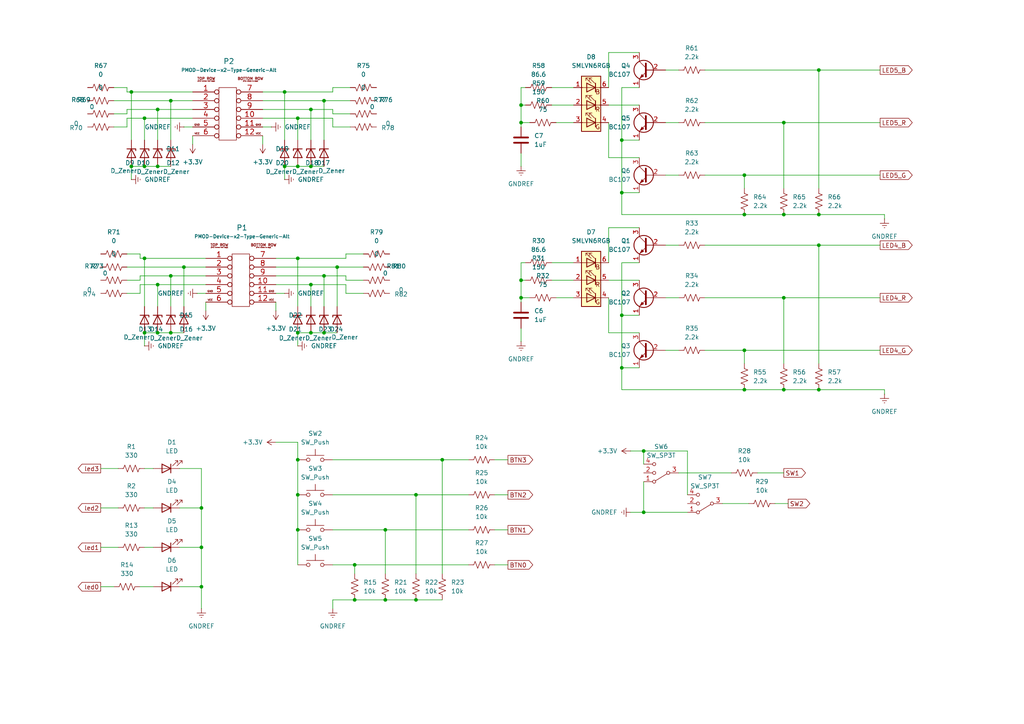
<source format=kicad_sch>
(kicad_sch (version 20231120) (generator "eeschema") (generator_version "8.0")
  (paper "A4")
  (lib_symbols
    (symbol "Device:C" (pin_numbers hide) (pin_names (offset 0.254))
      (property "Reference" "C" (at 0.635 2.54 0))
      (property "Value" "C" (at 0.635 -2.54 0))
      (symbol "C_0_1"
        (polyline (pts (xy -2.032 -0.762) (xy 2.032 -0.762)) (stroke (width 0.508)))
        (polyline (pts (xy -2.032 0.762) (xy 2.032 0.762)) (stroke (width 0.508)))
      )
      (symbol "C_1_1"
        (pin passive line (at 0 3.81 270) (length 2.794) (name "~") (number "1"))
        (pin passive line (at 0 -3.81 90) (length 2.794) (name "~") (number "2"))
      )
    )
    (symbol "Device:D_Zener" (pin_numbers hide) (pin_names (offset 1.016) hide)
      (property "Reference" "D" (at 0 2.54 0))
      (property "Value" "D_Zener" (at 0 -2.54 0))
      (symbol "D_Zener_0_1"
        (polyline (pts (xy 1.27 0) (xy -1.27 0)))
        (polyline (pts (xy -1.27 -1.27) (xy -1.27 1.27) (xy -0.762 1.27)) (stroke (width 0.254)))
        (polyline (pts (xy 1.27 -1.27) (xy 1.27 1.27) (xy -1.27 0) (xy 1.27 -1.27)) (stroke (width 0.254)))
      )
      (symbol "D_Zener_1_1"
        (pin passive line (at -3.81 0 0) (length 2.54) (name "K") (number "1"))
        (pin passive line (at 3.81 0 180) (length 2.54) (name "A") (number "2"))
      )
    )
    (symbol "Device:LED" (pin_numbers hide) (pin_names (offset 1.016) hide)
      (property "Reference" "D" (at 0 2.54 0))
      (property "Value" "LED" (at 0 -2.54 0))
      (symbol "LED_0_1"
        (polyline (pts (xy -1.27 -1.27) (xy -1.27 1.27)) (stroke (width 0.254)))
        (polyline (pts (xy -1.27 0) (xy 1.27 0)))
        (polyline (pts (xy 1.27 -1.27) (xy 1.27 1.27) (xy -1.27 0) (xy 1.27 -1.27)) (stroke (width 0.254)))
        (polyline (pts (xy -3.048 -0.762) (xy -4.572 -2.286) (xy -3.81 -2.286) (xy -4.572 -2.286) (xy -4.572 -1.524)))
        (polyline (pts (xy -1.778 -0.762) (xy -3.302 -2.286) (xy -2.54 -2.286) (xy -3.302 -2.286) (xy -3.302 -1.524)))
      )
      (symbol "LED_1_1"
        (pin passive line (at -3.81 0 0) (length 2.54) (name "K") (number "1"))
        (pin passive line (at 3.81 0 180) (length 2.54) (name "A") (number "2"))
      )
    )
    (symbol "Device:R_US" (pin_numbers hide) (pin_names (offset 0))
      (property "Reference" "R" (at 2.54 0 90))
      (property "Value" "R_US" (at -2.54 0 90))
      (symbol "R_US_0_1"
        (polyline (pts (xy 0 -2.286) (xy 0 -2.54)))
        (polyline (pts (xy 0 2.286) (xy 0 2.54)))
        (polyline (pts (xy 0 -0.762) (xy 1.016 -1.143) (xy 0 -1.524) (xy -1.016 -1.905) (xy 0 -2.286)))
        (polyline (pts (xy 0 0.762) (xy 1.016 0.381) (xy 0 0) (xy -1.016 -0.381) (xy 0 -0.762)))
        (polyline (pts (xy 0 2.286) (xy 1.016 1.905) (xy 0 1.524) (xy -1.016 1.143) (xy 0 0.762)))
      )
      (symbol "R_US_1_1"
        (pin passive line (at 0 3.81 270) (length 1.27) (name "~") (number "1"))
        (pin passive line (at 0 -3.81 90) (length 1.27) (name "~") (number "2"))
      )
    )
    (symbol "LED:SMLVN6RGB" (pin_names (offset 0) hide)
      (property "Reference" "D" (at 0 12.7 0))
      (property "Value" "SMLVN6RGB" (at 0 10.16 0))
      (symbol "SMLVN6RGB_0_0"
        (text "B" (at 1.905 3.81 0) (effects (font (size 1.27 1.27))))
        (text "G" (at 1.905 -6.35 0) (effects (font (size 1.27 1.27))))
        (text "R" (at 1.905 -1.27 0) (effects (font (size 1.27 1.27))))
      )
      (symbol "SMLVN6RGB_0_1"
        (rectangle (start -2.794 8.382) (end 2.794 -7.62) (stroke (width 0.254)) (fill (type background)))
        (rectangle (start -1.27 -1.27) (end -1.27 1.27))
        (rectangle (start -1.27 1.27) (end -1.27 1.27))
        (rectangle (start -1.27 3.81) (end -1.27 6.35))
        (rectangle (start -1.27 6.35) (end -1.27 6.35))
        (polyline (pts (xy -1.27 -5.08) (xy -2.54 -5.08)))
        (polyline (pts (xy -1.27 0) (xy -2.54 0)))
        (polyline (pts (xy -1.27 0) (xy 1.27 0)))
        (polyline (pts (xy -1.27 5.08) (xy -2.54 5.08)))
        (polyline (pts (xy 1.27 -5.08) (xy -1.27 -5.08)))
        (polyline (pts (xy 1.27 -5.08) (xy 2.54 -5.08)))
        (polyline (pts (xy 1.27 -3.81) (xy 1.27 -6.35)) (stroke (width 0.254)))
        (polyline (pts (xy 1.27 0) (xy 2.54 0)))
        (polyline (pts (xy 1.27 1.27) (xy 1.27 -1.27)) (stroke (width 0.254)))
        (polyline (pts (xy 1.27 5.08) (xy -1.27 5.08)))
        (polyline (pts (xy 1.27 5.08) (xy 2.54 5.08)))
        (polyline (pts (xy 1.27 6.35) (xy 1.27 3.81)) (stroke (width 0.254)))
        (polyline (pts (xy 1.27 1.27) (xy 1.27 -1.27) (xy 1.27 -1.27)))
        (polyline (pts (xy 1.27 6.35) (xy 1.27 3.81) (xy 1.27 3.81)))
        (polyline (pts (xy -1.27 -3.81) (xy -1.27 -6.35) (xy 1.27 -5.08) (xy -1.27 -3.81)) (stroke (width 0.254)))
        (polyline (pts (xy -1.27 1.27) (xy -1.27 -1.27) (xy 1.27 0) (xy -1.27 1.27)) (stroke (width 0.254)))
        (polyline (pts (xy -1.27 6.35) (xy -1.27 3.81) (xy 1.27 5.08) (xy -1.27 6.35)) (stroke (width 0.254)))
        (polyline (pts (xy 0 -3.81) (xy -1.524 -2.286) (xy -0.762 -2.286) (xy -1.524 -2.286) (xy -1.524 -3.048)))
        (polyline (pts (xy 0 1.27) (xy -1.524 2.794) (xy -0.762 2.794) (xy -1.524 2.794) (xy -1.524 2.032)))
        (polyline (pts (xy 0 6.35) (xy -1.524 7.874) (xy -0.762 7.874) (xy -1.524 7.874) (xy -1.524 7.112)))
        (polyline (pts (xy 1.016 -3.81) (xy -0.508 -2.286) (xy 0.254 -2.286) (xy -0.508 -2.286) (xy -0.508 -3.048)))
        (polyline (pts (xy 1.016 1.27) (xy -0.508 2.794) (xy 0.254 2.794) (xy -0.508 2.794) (xy -0.508 2.032)))
        (polyline (pts (xy 1.016 6.35) (xy -0.508 7.874) (xy 0.254 7.874) (xy -0.508 7.874) (xy -0.508 7.112)))
      )
      (symbol "SMLVN6RGB_1_1"
        (pin passive line (at -5.08 5.08 0) (length 2.54) (name "BA") (number "1"))
        (pin passive line (at -5.08 0 0) (length 2.54) (name "RA") (number "2"))
        (pin passive line (at -5.08 -5.08 0) (length 2.54) (name "GA") (number "3"))
        (pin passive line (at 5.08 -5.08 180) (length 2.54) (name "GK") (number "4"))
        (pin passive line (at 5.08 0 180) (length 2.54) (name "RK") (number "5"))
        (pin passive line (at 5.08 5.08 180) (length 2.54) (name "BK") (number "6"))
      )
    )
    (symbol "Switch2:SW_SP3T" (pin_names (offset 0) hide)
      (property "Reference" "SW" (at 0 5.08 0))
      (property "Value" "SW_SP3T" (at 0 -5.08 0))
      (symbol "SW_SP3T_0_1"
        (circle (center -2.032 0) (radius 0.4572))
        (polyline (pts (xy -1.651 0.254) (xy 1.651 2.286)))
        (circle (center 2.032 -2.54) (radius 0.4572))
        (circle (center 2.032 0) (radius 0.4572))
        (circle (center 2.032 2.54) (radius 0.4572))
      )
      (symbol "SW_SP3T_1_1"
        (pin passive line (at 5.08 2.54 180) (length 2.54) (name "1") (number "1"))
        (pin passive line (at 5.08 0 180) (length 2.54) (name "2") (number "2"))
        (pin passive line (at -5.08 0 0) (length 2.54) (name "3") (number "3"))
        (pin passive line (at 5.08 -2.54 180) (length 2.54) (name "4") (number "4"))
      )
    )
    (symbol "Switch:SW_Push" (pin_numbers hide) (pin_names (offset 1.016) hide)
      (property "Reference" "SW" (at 1.27 2.54 0))
      (property "Value" "SW_Push" (at 0 -1.524 0))
      (symbol "SW_Push_0_1"
        (circle (center -2.032 0) (radius 0.508))
        (polyline (pts (xy 0 1.27) (xy 0 3.048)))
        (polyline (pts (xy 2.54 1.27) (xy -2.54 1.27)))
        (circle (center 2.032 0) (radius 0.508))
        (pin passive line (at -5.08 0 0) (length 2.54) (name "1") (number "1"))
        (pin passive line (at 5.08 0 180) (length 2.54) (name "2") (number "2"))
      )
    )
    (symbol "Transistor_BJT:BC107" (pin_names (offset 0) hide)
      (property "Reference" "Q" (at 5.08 1.905 0))
      (property "Value" "BC107" (at 5.08 0 0))
      (symbol "BC107_0_1"
        (polyline (pts (xy 0.635 0.635) (xy 2.54 2.54)))
        (polyline (pts (xy 0.635 -0.635) (xy 2.54 -2.54) (xy 2.54 -2.54)))
        (polyline (pts (xy 0.635 1.905) (xy 0.635 -1.905) (xy 0.635 -1.905)) (stroke (width 0.508)))
        (polyline (pts (xy 1.27 -1.778) (xy 1.778 -1.27) (xy 2.286 -2.286) (xy 1.27 -1.778) (xy 1.27 -1.778)) (fill (type outline)))
        (circle (center 1.27 0) (radius 2.8194) (stroke (width 0.254)))
      )
      (symbol "BC107_1_1"
        (pin passive line (at 2.54 -5.08 90) (length 2.54) (name "E") (number "1"))
        (pin input line (at -5.08 0 0) (length 5.715) (name "B") (number "2"))
        (pin passive line (at 2.54 5.08 270) (length 2.54) (name "C") (number "3"))
      )
    )
    (symbol "pmod:PMOD-Device-x2-Type-Generic-Alt" (pin_names (offset 1.016) hide)
      (property "Reference" "P" (at 2.54 16.51 0))
      (property "Value" "PMOD-Device-x2-Type-Generic-Alt" (at 2.286 -1.016 0))
      (symbol "PMOD-Device-x2-Type-Generic-Alt_0_0"
        (text "(Pins closest to edge)" (at -4.064 17.272 0) (effects (font (size 0.254 0.254)) (justify top)))
        (text "(Pins furthest from edge)" (at 8.763 17.272 0) (effects (font (size 0.254 0.254)) (justify top)))
        (text "BOTTOM ROW" (at -4.064 18.288 0) (effects (font (size 0.762 0.762)) (justify top)))
        (text "GND" (at -6.35 4.445 0) (effects (font (size 0.508 0.508))))
        (text "GND" (at 11.43 4.445 0) (effects (font (size 0.508 0.508))))
        (text "TOP ROW" (at 8.763 18.288 0) (effects (font (size 0.762 0.762)) (justify top)))
        (text "VCC" (at -6.35 1.905 0) (effects (font (size 0.508 0.508))))
        (text "VCC" (at 11.43 1.905 0) (effects (font (size 0.508 0.508))))
      )
      (symbol "PMOD-Device-x2-Type-Generic-Alt_0_1"
        (rectangle (start 5.08 15.24) (end 0 0))
      )
      (symbol "PMOD-Device-x2-Type-Generic-Alt_1_1"
        (pin passive inverted (at 12.7 13.97 180) (length 7.62) (name "P1") (number "1"))
        (pin passive inverted (at -7.62 6.35 0) (length 7.62) (name "P10") (number "10"))
        (pin passive inverted (at -7.62 3.81 0) (length 7.62) (name "P11") (number "11"))
        (pin passive inverted (at -7.62 1.27 0) (length 7.62) (name "P12") (number "12"))
        (pin passive inverted (at 12.7 11.43 180) (length 7.62) (name "P2") (number "2"))
        (pin passive inverted (at 12.7 8.89 180) (length 7.62) (name "P3") (number "3"))
        (pin passive inverted (at 12.7 6.35 180) (length 7.62) (name "P4") (number "4"))
        (pin passive inverted (at 12.7 3.81 180) (length 7.62) (name "P5") (number "5"))
        (pin passive inverted (at 12.7 1.27 180) (length 7.62) (name "P6") (number "6"))
        (pin passive inverted (at -7.62 13.97 0) (length 7.62) (name "P7") (number "7"))
        (pin passive inverted (at -7.62 11.43 0) (length 7.62) (name "P8") (number "8"))
        (pin passive inverted (at -7.62 8.89 0) (length 7.62) (name "P9") (number "9"))
      )
    )
    (symbol "power:+3.3V" (power) (pin_numbers hide) (pin_names (offset 0) hide)
      (property "Value" "+3.3V" (at 0 3.556 0))
      (symbol "+3.3V_0_1"
        (polyline (pts (xy -0.762 1.27) (xy 0 2.54)))
        (polyline (pts (xy 0 0) (xy 0 2.54)))
        (polyline (pts (xy 0 2.54) (xy 0.762 1.27)))
      )
      (symbol "+3.3V_1_1"
        (pin power_in line (at 0 0 90) (length 0) (name "~") (number "1"))
      )
    )
    (symbol "power:GNDREF" (power) (pin_numbers hide) (pin_names (offset 0) hide)
      (property "Value" "GNDREF" (at 0 -3.81 0))
      (symbol "GNDREF_0_1"
        (polyline (pts (xy -0.635 -1.905) (xy 0.635 -1.905)))
        (polyline (pts (xy -0.127 -2.54) (xy 0.127 -2.54)))
        (polyline (pts (xy 0 -1.27) (xy 0 0)))
        (polyline (pts (xy 1.27 -1.27) (xy -1.27 -1.27)))
      )
      (symbol "GNDREF_1_1"
        (pin power_in line (at 0 0 270) (length 0) (name "~") (number "1"))
      )
    )
  )
  (junction (at 93.98 96.52))
  (junction (at 49.53 96.52))
  (junction (at 102.87 163.83))
  (junction (at 49.53 80.01))
  (junction (at 186.69 148.59))
  (junction (at 180.34 40.64))
  (junction (at 45.72 96.52))
  (junction (at 215.9 101.6))
  (junction (at 102.87 173.99))
  (junction (at 186.69 130.81))
  (junction (at 86.36 74.93))
  (junction (at 111.76 153.67))
  (junction (at 86.36 34.29))
  (junction (at 237.49 62.23))
  (junction (at 90.17 82.55))
  (junction (at 180.34 91.44))
  (junction (at 82.55 48.26))
  (junction (at 237.49 71.12))
  (junction (at 151.13 86.36))
  (junction (at 237.49 20.32))
  (junction (at 41.91 34.29))
  (junction (at 90.17 31.75))
  (junction (at 86.36 96.52))
  (junction (at 58.42 158.75))
  (junction (at 93.98 80.01))
  (junction (at 38.1 48.26))
  (junction (at 41.91 74.93))
  (junction (at 227.33 62.23))
  (junction (at 86.36 143.51))
  (junction (at 180.34 106.68))
  (junction (at 38.1 26.67))
  (junction (at 45.72 48.26))
  (junction (at 215.9 62.23))
  (junction (at 120.65 173.99))
  (junction (at 93.98 29.21))
  (junction (at 215.9 113.03))
  (junction (at 49.53 29.21))
  (junction (at 128.27 133.35))
  (junction (at 237.49 113.03))
  (junction (at 180.34 55.88))
  (junction (at 90.17 96.52))
  (junction (at 151.13 35.56))
  (junction (at 58.42 170.18))
  (junction (at 97.79 77.47))
  (junction (at 90.17 48.26))
  (junction (at 82.55 26.67))
  (junction (at 86.36 48.26))
  (junction (at 45.72 31.75))
  (junction (at 227.33 35.56))
  (junction (at 151.13 30.48))
  (junction (at 227.33 86.36))
  (junction (at 120.65 143.51))
  (junction (at 53.34 77.47))
  (junction (at 86.36 133.35))
  (junction (at 58.42 147.32))
  (junction (at 151.13 81.28))
  (junction (at 86.36 153.67))
  (junction (at 111.76 173.99))
  (junction (at 41.91 48.26))
  (junction (at 41.91 96.52))
  (junction (at 45.72 82.55))
  (junction (at 215.9 50.8))
  (junction (at 227.33 113.03))
  (wire (pts (xy 58.42 170.18) (xy 58.42 176.53)))
  (wire (pts (xy 102.87 163.83) (xy 135.89 163.83)))
  (wire (pts (xy 120.65 166.37) (xy 120.65 143.51)))
  (wire (pts (xy 120.65 143.51) (xy 135.89 143.51)))
  (wire (pts (xy 29.21 135.89) (xy 34.29 135.89)))
  (wire (pts (xy 193.04 86.36) (xy 196.85 86.36)))
  (wire (pts (xy 215.9 113.03) (xy 180.34 113.03)))
  (wire (pts (xy 151.13 25.4) (xy 151.13 30.48)))
  (wire (pts (xy 215.9 101.6) (xy 255.27 101.6)))
  (wire (pts (xy 105.41 81.28) (xy 100.33 81.28)))
  (wire (pts (xy 209.55 146.05) (xy 217.17 146.05)))
  (wire (pts (xy 227.33 62.23) (xy 237.49 62.23)))
  (wire (pts (xy 93.98 80.01) (xy 93.98 88.9)))
  (wire (pts (xy 49.53 40.64) (xy 49.53 29.21)))
  (wire (pts (xy 40.64 74.93) (xy 41.91 74.93)))
  (wire (pts (xy 49.53 80.01) (xy 59.69 80.01)))
  (wire (pts (xy 58.42 158.75) (xy 58.42 170.18)))
  (wire (pts (xy 256.54 63.5) (xy 256.54 62.23)))
  (wire (pts (xy 40.64 81.28) (xy 40.64 80.01)))
  (wire (pts (xy 38.1 26.67) (xy 38.1 40.64)))
  (wire (pts (xy 151.13 44.45) (xy 151.13 48.26)))
  (wire (pts (xy 185.42 25.4) (xy 180.34 25.4)))
  (wire (pts (xy 93.98 29.21) (xy 101.6 29.21)))
  (wire (pts (xy 33.02 33.02) (xy 36.83 33.02)))
  (wire (pts (xy 215.9 54.61) (xy 215.9 50.8)))
  (wire (pts (xy 100.33 74.93) (xy 86.36 74.93)))
  (wire (pts (xy 80.01 80.01) (xy 93.98 80.01)))
  (wire (pts (xy 193.04 101.6) (xy 196.85 101.6)))
  (wire (pts (xy 227.33 113.03) (xy 237.49 113.03)))
  (wire (pts (xy 52.07 147.32) (xy 58.42 147.32)))
  (wire (pts (xy 36.83 81.28) (xy 40.64 81.28)))
  (wire (pts (xy 33.02 29.21) (xy 49.53 29.21)))
  (wire (pts (xy 151.13 76.2) (xy 151.13 81.28)))
  (wire (pts (xy 152.4 25.4) (xy 151.13 25.4)))
  (wire (pts (xy 199.39 143.51) (xy 199.39 130.81)))
  (wire (pts (xy 80.01 82.55) (xy 90.17 82.55)))
  (wire (pts (xy 36.83 77.47) (xy 53.34 77.47)))
  (wire (pts (xy 76.2 39.37) (xy 76.2 41.91)))
  (wire (pts (xy 86.36 128.27) (xy 86.36 133.35)))
  (wire (pts (xy 186.69 130.81) (xy 186.69 134.62)))
  (wire (pts (xy 161.29 86.36) (xy 166.37 86.36)))
  (wire (pts (xy 93.98 29.21) (xy 93.98 40.64)))
  (wire (pts (xy 40.64 85.09) (xy 40.64 82.55)))
  (wire (pts (xy 143.51 133.35) (xy 147.32 133.35)))
  (wire (pts (xy 193.04 50.8) (xy 196.85 50.8)))
  (wire (pts (xy 36.83 33.02) (xy 36.83 31.75)))
  (wire (pts (xy 36.83 31.75) (xy 45.72 31.75)))
  (wire (pts (xy 45.72 96.52) (xy 49.53 96.52)))
  (wire (pts (xy 176.53 86.36) (xy 176.53 96.52)))
  (wire (pts (xy 90.17 31.75) (xy 96.52 31.75)))
  (wire (pts (xy 227.33 35.56) (xy 255.27 35.56)))
  (wire (pts (xy 96.52 143.51) (xy 120.65 143.51)))
  (wire (pts (xy 176.53 81.28) (xy 185.42 81.28)))
  (wire (pts (xy 143.51 153.67) (xy 147.32 153.67)))
  (wire (pts (xy 176.53 66.04) (xy 185.42 66.04)))
  (wire (pts (xy 101.6 33.02) (xy 96.52 33.02)))
  (wire (pts (xy 143.51 143.51) (xy 147.32 143.51)))
  (wire (pts (xy 76.2 31.75) (xy 90.17 31.75)))
  (wire (pts (xy 33.02 25.4) (xy 36.83 25.4)))
  (wire (pts (xy 176.53 25.4) (xy 176.53 15.24)))
  (wire (pts (xy 41.91 34.29) (xy 55.88 34.29)))
  (wire (pts (xy 161.29 35.56) (xy 166.37 35.56)))
  (wire (pts (xy 86.36 48.26) (xy 90.17 48.26)))
  (wire (pts (xy 90.17 31.75) (xy 90.17 40.64)))
  (wire (pts (xy 101.6 36.83) (xy 96.52 36.83)))
  (wire (pts (xy 45.72 31.75) (xy 55.88 31.75)))
  (wire (pts (xy 180.34 76.2) (xy 180.34 91.44)))
  (wire (pts (xy 227.33 54.61) (xy 227.33 35.56)))
  (wire (pts (xy 193.04 71.12) (xy 196.85 71.12)))
  (wire (pts (xy 151.13 36.83) (xy 151.13 35.56)))
  (wire (pts (xy 176.53 35.56) (xy 176.53 45.72)))
  (wire (pts (xy 45.72 82.55) (xy 45.72 88.9)))
  (wire (pts (xy 215.9 113.03) (xy 227.33 113.03)))
  (wire (pts (xy 215.9 105.41) (xy 215.9 101.6)))
  (wire (pts (xy 96.52 176.53) (xy 96.52 173.99)))
  (wire (pts (xy 193.04 20.32) (xy 196.85 20.32)))
  (wire (pts (xy 86.36 133.35) (xy 86.36 143.51)))
  (wire (pts (xy 80.01 74.93) (xy 86.36 74.93)))
  (wire (pts (xy 237.49 105.41) (xy 237.49 71.12)))
  (wire (pts (xy 52.07 158.75) (xy 58.42 158.75)))
  (wire (pts (xy 45.72 48.26) (xy 49.53 48.26)))
  (wire (pts (xy 29.21 170.18) (xy 33.02 170.18)))
  (wire (pts (xy 100.33 81.28) (xy 100.33 80.01)))
  (wire (pts (xy 186.69 139.7) (xy 186.69 148.59)))
  (wire (pts (xy 76.2 26.67) (xy 82.55 26.67)))
  (wire (pts (xy 41.91 48.26) (xy 45.72 48.26)))
  (wire (pts (xy 100.33 73.66) (xy 100.33 74.93)))
  (wire (pts (xy 80.01 85.09) (xy 82.55 85.09)))
  (wire (pts (xy 76.2 34.29) (xy 86.36 34.29)))
  (wire (pts (xy 111.76 173.99) (xy 120.65 173.99)))
  (wire (pts (xy 256.54 62.23) (xy 237.49 62.23)))
  (wire (pts (xy 102.87 173.99) (xy 111.76 173.99)))
  (wire (pts (xy 96.52 133.35) (xy 128.27 133.35)))
  (wire (pts (xy 176.53 30.48) (xy 185.42 30.48)))
  (wire (pts (xy 93.98 96.52) (xy 97.79 96.52)))
  (wire (pts (xy 256.54 114.3) (xy 256.54 113.03)))
  (wire (pts (xy 55.88 39.37) (xy 55.88 41.91)))
  (wire (pts (xy 36.83 73.66) (xy 40.64 73.66)))
  (wire (pts (xy 80.01 87.63) (xy 80.01 90.17)))
  (wire (pts (xy 215.9 62.23) (xy 180.34 62.23)))
  (wire (pts (xy 204.47 20.32) (xy 237.49 20.32)))
  (wire (pts (xy 97.79 77.47) (xy 97.79 88.9)))
  (wire (pts (xy 196.85 137.16) (xy 212.09 137.16)))
  (wire (pts (xy 96.52 34.29) (xy 86.36 34.29)))
  (wire (pts (xy 86.36 143.51) (xy 86.36 153.67)))
  (wire (pts (xy 128.27 133.35) (xy 128.27 166.37)))
  (wire (pts (xy 40.64 73.66) (xy 40.64 74.93)))
  (wire (pts (xy 100.33 85.09) (xy 100.33 82.55)))
  (wire (pts (xy 111.76 153.67) (xy 111.76 166.37)))
  (wire (pts (xy 219.71 137.16) (xy 227.33 137.16)))
  (wire (pts (xy 58.42 135.89) (xy 58.42 147.32)))
  (wire (pts (xy 82.55 48.26) (xy 86.36 48.26)))
  (wire (pts (xy 215.9 62.23) (xy 227.33 62.23)))
  (wire (pts (xy 151.13 86.36) (xy 153.67 86.36)))
  (wire (pts (xy 90.17 48.26) (xy 93.98 48.26)))
  (wire (pts (xy 215.9 50.8) (xy 255.27 50.8)))
  (wire (pts (xy 41.91 135.89) (xy 44.45 135.89)))
  (wire (pts (xy 180.34 62.23) (xy 180.34 55.88)))
  (wire (pts (xy 224.79 146.05) (xy 228.6 146.05)))
  (wire (pts (xy 160.02 81.28) (xy 166.37 81.28)))
  (wire (pts (xy 193.04 35.56) (xy 196.85 35.56)))
  (wire (pts (xy 49.53 29.21) (xy 55.88 29.21)))
  (wire (pts (xy 186.69 148.59) (xy 182.88 148.59)))
  (wire (pts (xy 36.83 25.4) (xy 36.83 26.67)))
  (wire (pts (xy 90.17 96.52) (xy 93.98 96.52)))
  (wire (pts (xy 204.47 71.12) (xy 237.49 71.12)))
  (wire (pts (xy 176.53 96.52) (xy 185.42 96.52)))
  (wire (pts (xy 45.72 31.75) (xy 45.72 40.64)))
  (wire (pts (xy 151.13 35.56) (xy 153.67 35.56)))
  (wire (pts (xy 59.69 87.63) (xy 59.69 90.17)))
  (wire (pts (xy 86.36 96.52) (xy 86.36 100.33)))
  (wire (pts (xy 86.36 96.52) (xy 90.17 96.52)))
  (wire (pts (xy 237.49 20.32) (xy 255.27 20.32)))
  (wire (pts (xy 151.13 95.25) (xy 151.13 99.06)))
  (wire (pts (xy 256.54 113.03) (xy 237.49 113.03)))
  (wire (pts (xy 180.34 106.68) (xy 180.34 91.44)))
  (wire (pts (xy 40.64 80.01) (xy 49.53 80.01)))
  (wire (pts (xy 143.51 163.83) (xy 147.32 163.83)))
  (wire (pts (xy 52.07 170.18) (xy 58.42 170.18)))
  (wire (pts (xy 151.13 30.48) (xy 151.13 35.56)))
  (wire (pts (xy 227.33 35.56) (xy 204.47 35.56)))
  (wire (pts (xy 76.2 29.21) (xy 93.98 29.21)))
  (wire (pts (xy 105.41 73.66) (xy 100.33 73.66)))
  (wire (pts (xy 215.9 50.8) (xy 204.47 50.8)))
  (wire (pts (xy 93.98 80.01) (xy 100.33 80.01)))
  (wire (pts (xy 101.6 25.4) (xy 96.52 25.4)))
  (wire (pts (xy 86.36 34.29) (xy 86.36 40.64)))
  (wire (pts (xy 38.1 26.67) (xy 55.88 26.67)))
  (wire (pts (xy 111.76 153.67) (xy 135.89 153.67)))
  (wire (pts (xy 160.02 25.4) (xy 166.37 25.4)))
  (wire (pts (xy 49.53 80.01) (xy 49.53 88.9)))
  (wire (pts (xy 151.13 87.63) (xy 151.13 86.36)))
  (wire (pts (xy 41.91 96.52) (xy 45.72 96.52)))
  (wire (pts (xy 180.34 40.64) (xy 185.42 40.64)))
  (wire (pts (xy 53.34 88.9) (xy 53.34 77.47)))
  (wire (pts (xy 38.1 48.26) (xy 41.91 48.26)))
  (wire (pts (xy 176.53 45.72) (xy 185.42 45.72)))
  (wire (pts (xy 186.69 148.59) (xy 199.39 148.59)))
  (wire (pts (xy 100.33 82.55) (xy 90.17 82.55)))
  (wire (pts (xy 152.4 30.48) (xy 151.13 30.48)))
  (wire (pts (xy 180.34 25.4) (xy 180.34 40.64)))
  (wire (pts (xy 36.83 36.83) (xy 36.83 34.29)))
  (wire (pts (xy 86.36 74.93) (xy 86.36 88.9)))
  (wire (pts (xy 227.33 86.36) (xy 227.33 105.41)))
  (wire (pts (xy 41.91 34.29) (xy 41.91 40.64)))
  (wire (pts (xy 41.91 74.93) (xy 59.69 74.93)))
  (wire (pts (xy 128.27 133.35) (xy 135.89 133.35)))
  (wire (pts (xy 182.88 130.81) (xy 186.69 130.81)))
  (wire (pts (xy 38.1 48.26) (xy 38.1 52.07)))
  (wire (pts (xy 80.01 77.47) (xy 97.79 77.47)))
  (wire (pts (xy 120.65 173.99) (xy 128.27 173.99)))
  (wire (pts (xy 152.4 76.2) (xy 151.13 76.2)))
  (wire (pts (xy 40.64 170.18) (xy 44.45 170.18)))
  (wire (pts (xy 41.91 74.93) (xy 41.91 88.9)))
  (wire (pts (xy 185.42 76.2) (xy 180.34 76.2)))
  (wire (pts (xy 49.53 96.52) (xy 53.34 96.52)))
  (wire (pts (xy 152.4 81.28) (xy 151.13 81.28)))
  (wire (pts (xy 180.34 113.03) (xy 180.34 106.68)))
  (wire (pts (xy 80.01 128.27) (xy 86.36 128.27)))
  (wire (pts (xy 102.87 163.83) (xy 102.87 166.37)))
  (wire (pts (xy 96.52 173.99) (xy 102.87 173.99)))
  (wire (pts (xy 176.53 15.24) (xy 185.42 15.24)))
  (wire (pts (xy 41.91 96.52) (xy 41.91 100.33)))
  (wire (pts (xy 29.21 158.75) (xy 34.29 158.75)))
  (wire (pts (xy 160.02 30.48) (xy 166.37 30.48)))
  (wire (pts (xy 82.55 26.67) (xy 82.55 40.64)))
  (wire (pts (xy 176.53 76.2) (xy 176.53 66.04)))
  (wire (pts (xy 36.83 34.29) (xy 41.91 34.29)))
  (wire (pts (xy 90.17 82.55) (xy 90.17 88.9)))
  (wire (pts (xy 96.52 153.67) (xy 111.76 153.67)))
  (wire (pts (xy 96.52 26.67) (xy 82.55 26.67)))
  (wire (pts (xy 33.02 36.83) (xy 36.83 36.83)))
  (wire (pts (xy 160.02 76.2) (xy 166.37 76.2)))
  (wire (pts (xy 151.13 81.28) (xy 151.13 86.36)))
  (wire (pts (xy 57.15 85.09) (xy 59.69 85.09)))
  (wire (pts (xy 36.83 26.67) (xy 38.1 26.67)))
  (wire (pts (xy 237.49 54.61) (xy 237.49 20.32)))
  (wire (pts (xy 96.52 33.02) (xy 96.52 31.75)))
  (wire (pts (xy 97.79 77.47) (xy 105.41 77.47)))
  (wire (pts (xy 36.83 85.09) (xy 40.64 85.09)))
  (wire (pts (xy 96.52 25.4) (xy 96.52 26.67)))
  (wire (pts (xy 255.27 86.36) (xy 227.33 86.36)))
  (wire (pts (xy 76.2 36.83) (xy 78.74 36.83)))
  (wire (pts (xy 237.49 71.12) (xy 255.27 71.12)))
  (wire (pts (xy 82.55 48.26) (xy 82.55 52.07)))
  (wire (pts (xy 53.34 36.83) (xy 55.88 36.83)))
  (wire (pts (xy 185.42 55.88) (xy 180.34 55.88)))
  (wire (pts (xy 180.34 55.88) (xy 180.34 40.64)))
  (wire (pts (xy 199.39 130.81) (xy 186.69 130.81)))
  (wire (pts (xy 52.07 135.89) (xy 58.42 135.89)))
  (wire (pts (xy 45.72 82.55) (xy 59.69 82.55)))
  (wire (pts (xy 96.52 36.83) (xy 96.52 34.29)))
  (wire (pts (xy 180.34 91.44) (xy 185.42 91.44)))
  (wire (pts (xy 215.9 101.6) (xy 204.47 101.6)))
  (wire (pts (xy 41.91 147.32) (xy 44.45 147.32)))
  (wire (pts (xy 53.34 77.47) (xy 59.69 77.47)))
  (wire (pts (xy 86.36 153.67) (xy 86.36 163.83)))
  (wire (pts (xy 40.64 82.55) (xy 45.72 82.55)))
  (wire (pts (xy 185.42 106.68) (xy 180.34 106.68)))
  (wire (pts (xy 58.42 147.32) (xy 58.42 158.75)))
  (wire (pts (xy 41.91 158.75) (xy 44.45 158.75)))
  (wire (pts (xy 105.41 85.09) (xy 100.33 85.09)))
  (wire (pts (xy 29.21 147.32) (xy 34.29 147.32)))
  (wire (pts (xy 96.52 163.83) (xy 102.87 163.83)))
  (wire (pts (xy 227.33 86.36) (xy 204.47 86.36)))
  (global_label "led2" (shape output) (at 29.21 147.32 180) (property "Intersheetrefs" "${INTERSHEET_REFS}" (effects (hide yes))))
  (global_label "led0" (shape output) (at 29.21 170.18 180) (property "Intersheetrefs" "${INTERSHEET_REFS}" (effects (hide yes))))
  (global_label "LED5_R" (shape output) (at 255.27 35.56 0) (property "Intersheetrefs" "${INTERSHEET_REFS}" (effects (hide yes))))
  (global_label "BTN2" (shape output) (at 147.32 143.51 0) (property "Intersheetrefs" "${INTERSHEET_REFS}" (effects (hide yes))))
  (global_label "led1" (shape output) (at 29.21 158.75 180) (property "Intersheetrefs" "${INTERSHEET_REFS}" (effects (hide yes))))
  (global_label "LED4_B" (shape output) (at 255.27 71.12 0) (property "Intersheetrefs" "${INTERSHEET_REFS}" (effects (hide yes))))
  (global_label "LED4_G" (shape output) (at 255.27 101.6 0) (property "Intersheetrefs" "${INTERSHEET_REFS}" (effects (hide yes))))
  (global_label "LED5_B" (shape output) (at 255.27 20.32 0) (property "Intersheetrefs" "${INTERSHEET_REFS}" (effects (hide yes))))
  (global_label "LED5_G" (shape output) (at 255.27 50.8 0) (property "Intersheetrefs" "${INTERSHEET_REFS}" (effects (hide yes))))
  (global_label "BTN1" (shape output) (at 147.32 153.67 0) (property "Intersheetrefs" "${INTERSHEET_REFS}" (effects (hide yes))))
  (global_label "SW2" (shape output) (at 228.6 146.05 0) (property "Intersheetrefs" "${INTERSHEET_REFS}" (effects (hide yes))))
  (global_label "BTN3" (shape output) (at 147.32 133.35 0) (property "Intersheetrefs" "${INTERSHEET_REFS}" (effects (hide yes))))
  (global_label "LED4_R" (shape output) (at 255.27 86.36 0) (property "Intersheetrefs" "${INTERSHEET_REFS}" (effects (hide yes))))
  (global_label "led3" (shape output) (at 29.21 135.89 180) (property "Intersheetrefs" "${INTERSHEET_REFS}" (effects (hide yes))))
  (global_label "SW1" (shape output) (at 227.33 137.16 0) (property "Intersheetrefs" "${INTERSHEET_REFS}" (effects (hide yes))))
  (global_label "BTN0" (shape output) (at 147.32 163.83 0) (property "Intersheetrefs" "${INTERSHEET_REFS}" (effects (hide yes))))
  (symbol (lib_id "Device:R_US") (at 139.7 163.83 90) (unit 1)
    (property "Reference" "R27" (at 139.7 157.48 90))
    (property "Value" "10k" (at 139.7 160.02 90))
    (property "Description" "Resistor, US symbol" (effects (hide yes)))
  )
  (symbol (lib_id "Device:R_US") (at 105.41 33.02 270) (mirror x) (unit 1)
    (property "Reference" "R77" (at 110.236 28.956 90))
    (property "Value" "0" (at 107.95 30.988 90))
    (property "Description" "Resistor, US symbol" (effects (hide yes)))
  )
  (symbol (lib_id "Transistor_BJT:BC107") (at 187.96 50.8 0) (mirror y) (unit 1)
    (property "Reference" "Q6" (at 182.88 49.5299 0) (effects (justify left)))
    (property "Value" "BC107" (at 182.88 52.0699 0) (effects (justify left)))
    (property "Footprint" "Package_TO_SOT_THT:TO-18-3" (effects (hide yes)))
    (property "Datasheet" "http://www.b-kainka.de/Daten/Transistor/BC108.pdf" (effects (hide yes)))
    (property "Description" "0.1A Ic, 50V Vce, Low Noise General Purpose NPN Transistor, TO-18" (effects (hide yes)))
  )
  (symbol (lib_id "pmod:PMOD-Device-x2-Type-Generic-Alt") (at 68.58 40.64 0) (mirror y) (unit 1)
    (property "Reference" "P2" (at 66.3717 17.78 0) (effects (font (size 1.524 1.524))))
    (property "Value" "PMOD-Device-x2-Type-Generic-Alt" (at 66.3717 20.32 0) (effects (font (size 0.9906 0.9906))))
    (property "Footprint" "pmod-conn_6x2:pmod_pin_array_6x2" (effects (hide yes)))
  )
  (symbol (lib_id "Device:R_US") (at 215.9 58.42 180) (unit 1)
    (property "Reference" "R64" (at 218.44 57.1499 0) (effects (justify right)))
    (property "Value" "2.2k" (at 218.44 59.6899 0) (effects (justify right)))
    (property "Description" "Resistor, US symbol" (effects (hide yes)))
  )
  (symbol (lib_id "Device:R_US") (at 156.21 25.4 90) (unit 1)
    (property "Reference" "R58" (at 156.21 19.05 90))
    (property "Value" "86.6" (at 156.21 21.59 90))
    (property "Description" "Resistor, US symbol" (effects (hide yes)))
  )
  (symbol (lib_id "Device:R_US") (at 215.9 109.22 180) (unit 1)
    (property "Reference" "R55" (at 218.44 107.9499 0) (effects (justify right)))
    (property "Value" "2.2k" (at 218.44 110.4899 0) (effects (justify right)))
    (property "Description" "Resistor, US symbol" (effects (hide yes)))
  )
  (symbol (lib_id "Device:D_Zener") (at 93.98 92.71 90) (mirror x) (unit 1)
    (property "Reference" "D23" (at 96.266 95.504 90) (effects (justify left)))
    (property "Value" "D_Zener" (at 96.266 98.044 90) (effects (justify left)))
    (property "Description" "Zener diode" (effects (hide yes)))
  )
  (symbol (lib_id "Switch:SW_Push") (at 91.44 163.83 0) (unit 1)
    (property "Reference" "SW5" (at 91.44 156.21 0))
    (property "Value" "SW_Push" (at 91.44 158.75 0))
    (property "Description" "Push button switch, generic, two pins" (effects (hide yes)))
  )
  (symbol (lib_id "Device:LED") (at 48.26 147.32 180) (unit 1)
    (property "Reference" "D4" (at 49.8475 139.7 0))
    (property "Value" "LED" (at 49.8475 142.24 0))
    (property "Description" "Light emitting diode" (effects (hide yes)))
  )
  (symbol (lib_id "Device:D_Zener") (at 90.17 44.45 90) (mirror x) (unit 1)
    (property "Reference" "D18" (at 92.456 47.244 90) (effects (justify left)))
    (property "Value" "D_Zener" (at 92.456 49.784 90) (effects (justify left)))
    (property "Description" "Zener diode" (effects (hide yes)))
  )
  (symbol (lib_id "Device:R_US") (at 38.1 158.75 90) (unit 1)
    (property "Reference" "R13" (at 38.1 152.4 90))
    (property "Value" "330" (at 38.1 154.94 90))
    (property "Description" "Resistor, US symbol" (effects (hide yes)))
  )
  (symbol (lib_id "Switch:SW_Push") (at 91.44 153.67 0) (unit 1)
    (property "Reference" "SW4" (at 91.44 146.05 0))
    (property "Value" "SW_Push" (at 91.44 148.59 0))
    (property "Description" "Push button switch, generic, two pins" (effects (hide yes)))
  )
  (symbol (lib_id "power:GNDREF") (at 57.15 85.09 270) (unit 1)
    (property "Reference" "#PWR016" (effects (hide yes)))
    (property "Value" "GNDREF" (at 53.34 85.0899 90) (effects (justify right)))
    (property "Description" "Power symbol creates a global label with name \"GNDREF\" , reference supply ground" (effects (hide yes)))
  )
  (symbol (lib_id "Device:R_US") (at 105.41 36.83 270) (mirror x) (unit 1)
    (property "Reference" "R78" (at 112.522 37.084 90))
    (property "Value" "0" (at 112.522 35.814 90))
    (property "Description" "Resistor, US symbol" (effects (hide yes)))
  )
  (symbol (lib_id "Device:C") (at 151.13 40.64 0) (unit 1)
    (property "Reference" "C7" (at 154.94 39.3699 0) (effects (justify left)))
    (property "Value" "1uF" (at 154.94 41.9099 0) (effects (justify left)))
    (property "Description" "Unpolarized capacitor" (effects (hide yes)))
  )
  (symbol (lib_id "Device:D_Zener") (at 41.91 92.71 270) (unit 1)
    (property "Reference" "D13" (at 40.132 95.504 90) (effects (justify left)))
    (property "Value" "D_Zener" (at 35.814 97.79 90) (effects (justify left)))
    (property "Description" "Zener diode" (effects (hide yes)))
  )
  (symbol (lib_id "power:+3.3V") (at 76.2 41.91 180) (unit 1)
    (property "Reference" "#PWR013" (effects (hide yes)))
    (property "Value" "+3.3V" (at 76.2 46.99 0))
    (property "Description" "Power symbol creates a global label with name \"+3.3V\"" (effects (hide yes)))
  )
  (symbol (lib_id "LED:SMLVN6RGB") (at 171.45 81.28 0) (unit 1)
    (property "Reference" "D7" (at 171.45 67.31 0))
    (property "Value" "SMLVN6RGB" (at 171.45 69.85 0))
    (property "Footprint" "LED_SMD:LED_ROHM_SMLVN6" (effects (hide yes)))
    (property "Datasheet" "https://www.rohm.com/datasheet/SMLVN6RGB1U" (effects (hide yes)))
    (property "Description" "High Brightness Tri-Color LED, RGB, 3.5x2.8mm" (effects (hide yes)))
  )
  (symbol (lib_id "power:GNDREF") (at 256.54 63.5 0) (unit 1)
    (property "Reference" "#PWR09" (effects (hide yes)))
    (property "Value" "GNDREF" (at 256.54 68.58 0))
    (property "Description" "Power symbol creates a global label with name \"GNDREF\" , reference supply ground" (effects (hide yes)))
  )
  (symbol (lib_id "Device:R_US") (at 105.41 29.21 270) (mirror x) (unit 1)
    (property "Reference" "R76" (at 112.014 28.956 90))
    (property "Value" "0" (at 105.41 25.4 90))
    (property "Description" "Resistor, US symbol" (effects (hide yes)))
  )
  (symbol (lib_id "Device:R_US") (at 29.21 25.4 90) (unit 1)
    (property "Reference" "R67" (at 29.21 19.05 90))
    (property "Value" "0" (at 29.21 21.59 90))
    (property "Description" "Resistor, US symbol" (effects (hide yes)))
  )
  (symbol (lib_id "Device:R_US") (at 237.49 58.42 180) (unit 1)
    (property "Reference" "R66" (at 240.03 57.1499 0) (effects (justify right)))
    (property "Value" "2.2k" (at 240.03 59.6899 0) (effects (justify right)))
    (property "Description" "Resistor, US symbol" (effects (hide yes)))
  )
  (symbol (lib_id "power:GNDREF") (at 38.1 52.07 90) (unit 1)
    (property "Reference" "#PWR010" (effects (hide yes)))
    (property "Value" "GNDREF" (at 41.91 52.0699 90) (effects (justify right)))
    (property "Description" "Power symbol creates a global label with name \"GNDREF\" , reference supply ground" (effects (hide yes)))
  )
  (symbol (lib_id "Device:R_US") (at 156.21 81.28 90) (unit 1)
    (property "Reference" "R31" (at 156.21 74.93 90))
    (property "Value" "150" (at 156.21 77.47 90))
    (property "Description" "Resistor, US symbol" (effects (hide yes)))
  )
  (symbol (lib_id "power:GNDREF") (at 256.54 114.3 0) (unit 1)
    (property "Reference" "#PWR07" (effects (hide yes)))
    (property "Value" "GNDREF" (at 256.54 119.38 0))
    (property "Description" "Power symbol creates a global label with name \"GNDREF\" , reference supply ground" (effects (hide yes)))
  )
  (symbol (lib_id "Device:R_US") (at 200.66 86.36 90) (unit 1)
    (property "Reference" "R34" (at 200.66 80.01 90))
    (property "Value" "2.2k" (at 200.66 82.55 90))
    (property "Description" "Resistor, US symbol" (effects (hide yes)))
  )
  (symbol (lib_id "Device:LED") (at 48.26 135.89 180) (unit 1)
    (property "Reference" "D1" (at 49.8475 128.27 0))
    (property "Value" "LED" (at 49.8475 130.81 0))
    (property "Description" "Light emitting diode" (effects (hide yes)))
  )
  (symbol (lib_id "Transistor_BJT:BC107") (at 187.96 101.6 0) (mirror y) (unit 1)
    (property "Reference" "Q3" (at 182.88 100.3299 0) (effects (justify left)))
    (property "Value" "BC107" (at 182.88 102.8699 0) (effects (justify left)))
    (property "Footprint" "Package_TO_SOT_THT:TO-18-3" (effects (hide yes)))
    (property "Datasheet" "http://www.b-kainka.de/Daten/Transistor/BC108.pdf" (effects (hide yes)))
    (property "Description" "0.1A Ic, 50V Vce, Low Noise General Purpose NPN Transistor, TO-18" (effects (hide yes)))
  )
  (symbol (lib_id "pmod:PMOD-Device-x2-Type-Generic-Alt") (at 72.39 88.9 0) (mirror y) (unit 1)
    (property "Reference" "P1" (at 70.1817 66.04 0) (effects (font (size 1.524 1.524))))
    (property "Value" "PMOD-Device-x2-Type-Generic-Alt" (at 70.1817 68.58 0) (effects (font (size 0.9906 0.9906))))
    (property "Footprint" "pmod-conn_6x2:pmod_pin_array_6x2" (effects (hide yes)))
  )
  (symbol (lib_id "Device:R_US") (at 200.66 20.32 90) (unit 1)
    (property "Reference" "R61" (at 200.66 13.97 90))
    (property "Value" "2.2k" (at 200.66 16.51 90))
    (property "Description" "Resistor, US symbol" (effects (hide yes)))
  )
  (symbol (lib_id "Device:R_US") (at 33.02 73.66 90) (unit 1)
    (property "Reference" "R71" (at 33.02 67.31 90))
    (property "Value" "0" (at 33.02 69.85 90))
    (property "Description" "Resistor, US symbol" (effects (hide yes)))
  )
  (symbol (lib_id "Device:R_US") (at 120.65 170.18 0) (unit 1)
    (property "Reference" "R22" (at 123.19 168.9099 0) (effects (justify left)))
    (property "Value" "10k" (at 123.19 171.4499 0) (effects (justify left)))
    (property "Description" "Resistor, US symbol" (effects (hide yes)))
  )
  (symbol (lib_id "Transistor_BJT:BC107") (at 187.96 86.36 0) (mirror y) (unit 1)
    (property "Reference" "Q2" (at 182.88 85.0899 0) (effects (justify left)))
    (property "Value" "BC107" (at 182.88 87.6299 0) (effects (justify left)))
    (property "Footprint" "Package_TO_SOT_THT:TO-18-3" (effects (hide yes)))
    (property "Datasheet" "http://www.b-kainka.de/Daten/Transistor/BC108.pdf" (effects (hide yes)))
    (property "Description" "0.1A Ic, 50V Vce, Low Noise General Purpose NPN Transistor, TO-18" (effects (hide yes)))
  )
  (symbol (lib_id "Transistor_BJT:BC107") (at 187.96 35.56 0) (mirror y) (unit 1)
    (property "Reference" "Q5" (at 182.88 34.2899 0) (effects (justify left)))
    (property "Value" "BC107" (at 182.88 36.8299 0) (effects (justify left)))
    (property "Footprint" "Package_TO_SOT_THT:TO-18-3" (effects (hide yes)))
    (property "Datasheet" "http://www.b-kainka.de/Daten/Transistor/BC108.pdf" (effects (hide yes)))
    (property "Description" "0.1A Ic, 50V Vce, Low Noise General Purpose NPN Transistor, TO-18" (effects (hide yes)))
  )
  (symbol (lib_id "Switch2:SW_SP3T") (at 204.47 146.05 180) (unit 1)
    (property "Reference" "SW7" (at 204.47 138.43 0))
    (property "Value" "SW_SP3T" (at 204.47 140.97 0))
    (property "Description" "Switch, three position, single pole triple throw, 3 position switch, SP3T" (effects (hide yes)))
  )
  (symbol (lib_id "Device:R_US") (at 157.48 35.56 90) (unit 1)
    (property "Reference" "R60" (at 157.48 29.21 90))
    (property "Value" "75" (at 157.48 31.75 90))
    (property "Description" "Resistor, US symbol" (effects (hide yes)))
  )
  (symbol (lib_id "power:GNDREF") (at 151.13 48.26 0) (unit 1)
    (property "Reference" "#PWR08" (effects (hide yes)))
    (property "Value" "GNDREF" (at 151.13 53.34 0))
    (property "Description" "Power symbol creates a global label with name \"GNDREF\" , reference supply ground" (effects (hide yes)))
  )
  (symbol (lib_id "Device:R_US") (at 139.7 143.51 90) (unit 1)
    (property "Reference" "R25" (at 139.7 137.16 90))
    (property "Value" "10k" (at 139.7 139.7 90))
    (property "Description" "Resistor, US symbol" (effects (hide yes)))
  )
  (symbol (lib_id "Device:LED") (at 48.26 170.18 180) (unit 1)
    (property "Reference" "D6" (at 49.8475 162.56 0))
    (property "Value" "LED" (at 49.8475 165.1 0))
    (property "Description" "Light emitting diode" (effects (hide yes)))
  )
  (symbol (lib_id "Device:R_US") (at 200.66 71.12 90) (unit 1)
    (property "Reference" "R33" (at 200.66 64.77 90))
    (property "Value" "2.2k" (at 200.66 67.31 90))
    (property "Description" "Resistor, US symbol" (effects (hide yes)))
  )
  (symbol (lib_id "power:GNDREF") (at 82.55 52.07 90) (unit 1)
    (property "Reference" "#PWR?" (effects (hide yes)))
    (property "Value" "GNDREF" (at 86.36 52.0699 90) (effects (justify right)))
    (property "Description" "Power symbol creates a global label with name \"GNDREF\" , reference supply ground" (effects (hide yes)))
  )
  (symbol (lib_id "Device:R_US") (at 29.21 33.02 90) (unit 1)
    (property "Reference" "R69" (at 24.384 28.956 90))
    (property "Value" "0" (at 26.67 30.988 90))
    (property "Description" "Resistor, US symbol" (effects (hide yes)))
  )
  (symbol (lib_id "Device:R_US") (at 139.7 153.67 90) (unit 1)
    (property "Reference" "R26" (at 139.7 147.32 90))
    (property "Value" "10k" (at 139.7 149.86 90))
    (property "Description" "Resistor, US symbol" (effects (hide yes)))
  )
  (symbol (lib_id "Switch:SW_Push") (at 91.44 143.51 0) (unit 1)
    (property "Reference" "SW3" (at 91.44 135.89 0))
    (property "Value" "SW_Push" (at 91.44 138.43 0))
    (property "Description" "Push button switch, generic, two pins" (effects (hide yes)))
  )
  (symbol (lib_id "power:GNDREF") (at 58.42 176.53 0) (unit 1)
    (property "Reference" "#PWR01" (effects (hide yes)))
    (property "Value" "GNDREF" (at 58.42 181.61 0))
    (property "Description" "Power symbol creates a global label with name \"GNDREF\" , reference supply ground" (effects (hide yes)))
  )
  (symbol (lib_id "Device:D_Zener") (at 49.53 44.45 270) (unit 1)
    (property "Reference" "D12" (at 48.26 47.244 90) (effects (justify left)))
    (property "Value" "D_Zener" (at 47.244 49.784 90) (effects (justify left)))
    (property "Description" "Zener diode" (effects (hide yes)))
  )
  (symbol (lib_id "Device:R_US") (at 38.1 147.32 90) (unit 1)
    (property "Reference" "R2" (at 38.1 140.97 90))
    (property "Value" "330" (at 38.1 143.51 90))
    (property "Description" "Resistor, US symbol" (effects (hide yes)))
  )
  (symbol (lib_id "Device:R_US") (at 220.98 146.05 90) (unit 1)
    (property "Reference" "R29" (at 220.98 139.7 90))
    (property "Value" "10k" (at 220.98 142.24 90))
    (property "Description" "Resistor, US symbol" (effects (hide yes)))
  )
  (symbol (lib_id "Device:R_US") (at 36.83 170.18 90) (unit 1)
    (property "Reference" "R14" (at 36.83 163.83 90))
    (property "Value" "330" (at 36.83 166.37 90))
    (property "Description" "Resistor, US symbol" (effects (hide yes)))
  )
  (symbol (lib_id "power:GNDREF") (at 53.34 36.83 270) (unit 1)
    (property "Reference" "#PWR011" (effects (hide yes)))
    (property "Value" "GNDREF" (at 49.53 36.8299 90) (effects (justify right)))
    (property "Description" "Power symbol creates a global label with name \"GNDREF\" , reference supply ground" (effects (hide yes)))
  )
  (symbol (lib_id "Device:R_US") (at 29.21 36.83 90) (unit 1)
    (property "Reference" "R70" (at 22.098 37.084 90))
    (property "Value" "0" (at 22.098 35.814 90))
    (property "Description" "Resistor, US symbol" (effects (hide yes)))
  )
  (symbol (lib_id "Device:R_US") (at 33.02 81.28 90) (unit 1)
    (property "Reference" "R73" (at 28.194 77.216 90))
    (property "Value" "0" (at 30.48 79.248 90))
    (property "Description" "Resistor, US symbol" (effects (hide yes)))
  )
  (symbol (lib_id "Device:R_US") (at 109.22 85.09 270) (mirror x) (unit 1)
    (property "Reference" "R82" (at 116.332 85.344 90))
    (property "Value" "0" (at 116.332 84.074 90))
    (property "Description" "Resistor, US symbol" (effects (hide yes)))
  )
  (symbol (lib_id "Device:D_Zener") (at 82.55 44.45 90) (mirror x) (unit 1)
    (property "Reference" "D20" (at 83.82 47.244 90) (effects (justify left)))
    (property "Value" "D_Zener" (at 84.836 49.784 90) (effects (justify left)))
    (property "Description" "Zener diode" (effects (hide yes)))
  )
  (symbol (lib_id "power:GNDREF") (at 96.52 176.53 0) (unit 1)
    (property "Reference" "#PWR03" (effects (hide yes)))
    (property "Value" "GNDREF" (at 96.52 181.61 0))
    (property "Description" "Power symbol creates a global label with name \"GNDREF\" , reference supply ground" (effects (hide yes)))
  )
  (symbol (lib_id "Switch:SW_Push") (at 91.44 133.35 0) (unit 1)
    (property "Reference" "SW2" (at 91.44 125.73 0))
    (property "Value" "SW_Push" (at 91.44 128.27 0))
    (property "Description" "Push button switch, generic, two pins" (effects (hide yes)))
  )
  (symbol (lib_id "Device:R_US") (at 200.66 50.8 90) (unit 1)
    (property "Reference" "R63" (at 200.66 44.45 90))
    (property "Value" "2.2k" (at 200.66 46.99 90))
    (property "Description" "Resistor, US symbol" (effects (hide yes)))
  )
  (symbol (lib_id "Device:R_US") (at 102.87 170.18 0) (unit 1)
    (property "Reference" "R15" (at 105.41 168.9099 0) (effects (justify left)))
    (property "Value" "10k" (at 105.41 171.4499 0) (effects (justify left)))
    (property "Description" "Resistor, US symbol" (effects (hide yes)))
  )
  (symbol (lib_id "Device:D_Zener") (at 86.36 44.45 90) (mirror x) (unit 1)
    (property "Reference" "D19" (at 83.82 43.1799 90) (effects (justify left)))
    (property "Value" "D_Zener" (effects (hide yes)))
    (property "Description" "Zener diode" (effects (hide yes)))
  )
  (symbol (lib_id "Device:D_Zener") (at 86.36 92.71 90) (mirror x) (unit 1)
    (property "Reference" "D21" (at 87.63 95.504 90) (effects (justify left)))
    (property "Value" "D_Zener" (at 88.646 98.044 90) (effects (justify left)))
    (property "Description" "Zener diode" (effects (hide yes)))
  )
  (symbol (lib_id "Device:R_US") (at 156.21 76.2 90) (unit 1)
    (property "Reference" "R30" (at 156.21 69.85 90))
    (property "Value" "86.6" (at 156.21 72.39 90))
    (property "Description" "Resistor, US symbol" (effects (hide yes)))
  )
  (symbol (lib_id "Device:D_Zener") (at 97.79 92.71 90) (mirror x) (unit 1)
    (property "Reference" "D24" (at 99.568 95.504 90) (effects (justify left)))
    (property "Value" "D_Zener" (at 103.886 97.79 90) (effects (justify left)))
    (property "Description" "Zener diode" (effects (hide yes)))
  )
  (symbol (lib_id "Device:D_Zener") (at 93.98 44.45 90) (mirror x) (unit 1)
    (property "Reference" "D17" (at 95.758 47.244 90) (effects (justify left)))
    (property "Value" "D_Zener" (at 100.076 49.53 90) (effects (justify left)))
    (property "Description" "Zener diode" (effects (hide yes)))
  )
  (symbol (lib_id "power:+3.3V") (at 182.88 130.81 90) (unit 1)
    (property "Reference" "#PWR04" (effects (hide yes)))
    (property "Value" "+3.3V" (at 179.07 130.8099 90) (effects (justify left)))
    (property "Description" "Power symbol creates a global label with name \"+3.3V\"" (effects (hide yes)))
  )
  (symbol (lib_id "power:+3.3V") (at 59.69 90.17 180) (unit 1)
    (property "Reference" "#PWR017" (effects (hide yes)))
    (property "Value" "+3.3V" (at 59.69 95.25 0))
    (property "Description" "Power symbol creates a global label with name \"+3.3V\"" (effects (hide yes)))
  )
  (symbol (lib_id "Device:LED") (at 48.26 158.75 180) (unit 1)
    (property "Reference" "D5" (at 49.8475 151.13 0))
    (property "Value" "LED" (at 49.8475 153.67 0))
    (property "Description" "Light emitting diode" (effects (hide yes)))
  )
  (symbol (lib_id "Device:R_US") (at 200.66 35.56 90) (unit 1)
    (property "Reference" "R62" (at 200.66 29.21 90))
    (property "Value" "2.2k" (at 200.66 31.75 90))
    (property "Description" "Resistor, US symbol" (effects (hide yes)))
  )
  (symbol (lib_id "Device:C") (at 151.13 91.44 0) (unit 1)
    (property "Reference" "C6" (at 154.94 90.1699 0) (effects (justify left)))
    (property "Value" "1uF" (at 154.94 92.7099 0) (effects (justify left)))
    (property "Description" "Unpolarized capacitor" (effects (hide yes)))
  )
  (symbol (lib_id "power:+3.3V") (at 80.01 90.17 180) (unit 1)
    (property "Reference" "#PWR018" (effects (hide yes)))
    (property "Value" "+3.3V" (at 80.01 95.25 0))
    (property "Description" "Power symbol creates a global label with name \"+3.3V\"" (effects (hide yes)))
  )
  (symbol (lib_id "Device:R_US") (at 109.22 73.66 270) (mirror x) (unit 1)
    (property "Reference" "R79" (at 109.22 67.31 90))
    (property "Value" "0" (at 109.22 69.85 90))
    (property "Description" "Resistor, US symbol" (effects (hide yes)))
  )
  (symbol (lib_id "Device:D_Zener") (at 45.72 44.45 270) (unit 1)
    (property "Reference" "D11" (at 48.26 43.1799 90) (effects (justify left)))
    (property "Value" "D_Zener" (effects (hide yes)))
    (property "Description" "Zener diode" (effects (hide yes)))
  )
  (symbol (lib_id "power:GNDREF") (at 41.91 100.33 90) (unit 1)
    (property "Reference" "#PWR015" (effects (hide yes)))
    (property "Value" "GNDREF" (at 45.72 100.3299 90) (effects (justify right)))
    (property "Description" "Power symbol creates a global label with name \"GNDREF\" , reference supply ground" (effects (hide yes)))
  )
  (symbol (lib_id "Device:R_US") (at 109.22 81.28 270) (mirror x) (unit 1)
    (property "Reference" "R81" (at 114.046 77.216 90))
    (property "Value" "0" (at 111.76 79.248 90))
    (property "Description" "Resistor, US symbol" (effects (hide yes)))
  )
  (symbol (lib_id "Device:R_US") (at 33.02 77.47 90) (unit 1)
    (property "Reference" "R72" (at 26.416 77.216 90))
    (property "Value" "0" (at 33.02 73.66 90))
    (property "Description" "Resistor, US symbol" (effects (hide yes)))
  )
  (symbol (lib_id "Device:R_US") (at 215.9 137.16 90) (unit 1)
    (property "Reference" "R28" (at 215.9 130.81 90))
    (property "Value" "10k" (at 215.9 133.35 90))
    (property "Description" "Resistor, US symbol" (effects (hide yes)))
  )
  (symbol (lib_id "Device:R_US") (at 237.49 109.22 180) (unit 1)
    (property "Reference" "R57" (at 240.03 107.9499 0) (effects (justify right)))
    (property "Value" "2.2k" (at 240.03 110.4899 0) (effects (justify right)))
    (property "Description" "Resistor, US symbol" (effects (hide yes)))
  )
  (symbol (lib_id "Transistor_BJT:BC107") (at 187.96 71.12 0) (mirror y) (unit 1)
    (property "Reference" "Q1" (at 182.88 69.8499 0) (effects (justify left)))
    (property "Value" "BC107" (at 182.88 72.3899 0) (effects (justify left)))
    (property "Footprint" "Package_TO_SOT_THT:TO-18-3" (effects (hide yes)))
    (property "Datasheet" "http://www.b-kainka.de/Daten/Transistor/BC108.pdf" (effects (hide yes)))
    (property "Description" "0.1A Ic, 50V Vce, Low Noise General Purpose NPN Transistor, TO-18" (effects (hide yes)))
  )
  (symbol (lib_id "Device:D_Zener") (at 41.91 44.45 270) (unit 1)
    (property "Reference" "D10" (at 39.624 47.244 90) (effects (justify left)))
    (property "Value" "D_Zener" (at 39.624 49.784 90) (effects (justify left)))
    (property "Description" "Zener diode" (effects (hide yes)))
  )
  (symbol (lib_id "Device:R_US") (at 33.02 85.09 90) (unit 1)
    (property "Reference" "R74" (at 25.908 85.344 90))
    (property "Value" "0" (at 25.908 84.074 90))
    (property "Description" "Resistor, US symbol" (effects (hide yes)))
  )
  (symbol (lib_id "power:+3.3V") (at 55.88 41.91 180) (unit 1)
    (property "Reference" "#PWR012" (effects (hide yes)))
    (property "Value" "+3.3V" (at 55.88 46.99 0))
    (property "Description" "Power symbol creates a global label with name \"+3.3V\"" (effects (hide yes)))
  )
  (symbol (lib_id "power:+3.3V") (at 80.01 128.27 90) (unit 1)
    (property "Reference" "#PWR02" (effects (hide yes)))
    (property "Value" "+3.3V" (at 76.2 128.2699 90) (effects (justify left)))
    (property "Description" "Power symbol creates a global label with name \"+3.3V\"" (effects (hide yes)))
  )
  (symbol (lib_id "Device:D_Zener") (at 49.53 92.71 270) (unit 1)
    (property "Reference" "D15" (at 52.07 91.4399 90) (effects (justify left)))
    (property "Value" "D_Zener" (effects (hide yes)))
    (property "Description" "Zener diode" (effects (hide yes)))
  )
  (symbol (lib_id "Device:R_US") (at 156.21 30.48 90) (unit 1)
    (property "Reference" "R59" (at 156.21 24.13 90))
    (property "Value" "150" (at 156.21 26.67 90))
    (property "Description" "Resistor, US symbol" (effects (hide yes)))
  )
  (symbol (lib_id "power:GNDREF") (at 182.88 148.59 270) (unit 1)
    (property "Reference" "#PWR05" (effects (hide yes)))
    (property "Value" "GNDREF" (at 179.07 148.5899 90) (effects (justify right)))
    (property "Description" "Power symbol creates a global label with name \"GNDREF\" , reference supply ground" (effects (hide yes)))
  )
  (symbol (lib_id "Device:D_Zener") (at 45.72 92.71 270) (unit 1)
    (property "Reference" "D14" (at 43.434 95.504 90) (effects (justify left)))
    (property "Value" "D_Zener" (at 43.434 98.044 90) (effects (justify left)))
    (property "Description" "Zener diode" (effects (hide yes)))
  )
  (symbol (lib_id "Device:R_US") (at 38.1 135.89 90) (unit 1)
    (property "Reference" "R1" (at 38.1 129.54 90))
    (property "Value" "330" (at 38.1 132.08 90))
    (property "Description" "Resistor, US symbol" (effects (hide yes)))
  )
  (symbol (lib_id "power:GNDREF") (at 78.74 36.83 90) (unit 1)
    (property "Reference" "#PWR014" (effects (hide yes)))
    (property "Value" "GNDREF" (at 82.55 36.8299 90) (effects (justify right)))
    (property "Description" "Power symbol creates a global label with name \"GNDREF\" , reference supply ground" (effects (hide yes)))
  )
  (symbol (lib_id "Device:R_US") (at 111.76 170.18 0) (unit 1)
    (property "Reference" "R21" (at 114.3 168.9099 0) (effects (justify left)))
    (property "Value" "10k" (at 114.3 171.4499 0) (effects (justify left)))
    (property "Description" "Resistor, US symbol" (effects (hide yes)))
  )
  (symbol (lib_id "Device:R_US") (at 128.27 170.18 0) (unit 1)
    (property "Reference" "R23" (at 130.81 168.9099 0) (effects (justify left)))
    (property "Value" "10k" (at 130.81 171.4499 0) (effects (justify left)))
    (property "Description" "Resistor, US symbol" (effects (hide yes)))
  )
  (symbol (lib_id "power:GNDREF") (at 151.13 99.06 0) (unit 1)
    (property "Reference" "#PWR06" (effects (hide yes)))
    (property "Value" "GNDREF" (at 151.13 104.14 0))
    (property "Description" "Power symbol creates a global label with name \"GNDREF\" , reference supply ground" (effects (hide yes)))
  )
  (symbol (lib_id "Device:R_US") (at 105.41 25.4 270) (mirror x) (unit 1)
    (property "Reference" "R75" (at 105.41 19.05 90))
    (property "Value" "0" (at 105.41 21.59 90))
    (property "Description" "Resistor, US symbol" (effects (hide yes)))
  )
  (symbol (lib_id "Device:R_US") (at 200.66 101.6 90) (unit 1)
    (property "Reference" "R35" (at 200.66 95.25 90))
    (property "Value" "2.2k" (at 200.66 97.79 90))
    (property "Description" "Resistor, US symbol" (effects (hide yes)))
  )
  (symbol (lib_id "Device:R_US") (at 109.22 77.47 270) (mirror x) (unit 1)
    (property "Reference" "R80" (at 115.824 77.216 90))
    (property "Value" "0" (at 109.22 73.66 90))
    (property "Description" "Resistor, US symbol" (effects (hide yes)))
  )
  (symbol (lib_id "Device:R_US") (at 227.33 109.22 180) (unit 1)
    (property "Reference" "R56" (at 229.87 107.9499 0) (effects (justify right)))
    (property "Value" "2.2k" (at 229.87 110.4899 0) (effects (justify right)))
    (property "Description" "Resistor, US symbol" (effects (hide yes)))
  )
  (symbol (lib_id "Device:D_Zener") (at 53.34 92.71 270) (unit 1)
    (property "Reference" "D16" (at 52.07 95.504 90) (effects (justify left)))
    (property "Value" "D_Zener" (at 51.054 98.044 90) (effects (justify left)))
    (property "Description" "Zener diode" (effects (hide yes)))
  )
  (symbol (lib_id "power:GNDREF") (at 86.36 100.33 90) (unit 1)
    (property "Reference" "#PWR020" (effects (hide yes)))
    (property "Value" "GNDREF" (at 90.17 100.3299 90) (effects (justify right)))
    (property "Description" "Power symbol creates a global label with name \"GNDREF\" , reference supply ground" (effects (hide yes)))
  )
  (symbol (lib_id "power:GNDREF") (at 82.55 85.09 90) (unit 1)
    (property "Reference" "#PWR019" (effects (hide yes)))
    (property "Value" "GNDREF" (at 86.36 85.0899 90) (effects (justify right)))
    (property "Description" "Power symbol creates a global label with name \"GNDREF\" , reference supply ground" (effects (hide yes)))
  )
  (symbol (lib_id "Transistor_BJT:BC107") (at 187.96 20.32 0) (mirror y) (unit 1)
    (property "Reference" "Q4" (at 182.88 19.0499 0) (effects (justify left)))
    (property "Value" "BC107" (at 182.88 21.5899 0) (effects (justify left)))
    (property "Footprint" "Package_TO_SOT_THT:TO-18-3" (effects (hide yes)))
    (property "Datasheet" "http://www.b-kainka.de/Daten/Transistor/BC108.pdf" (effects (hide yes)))
    (property "Description" "0.1A Ic, 50V Vce, Low Noise General Purpose NPN Transistor, TO-18" (effects (hide yes)))
  )
  (symbol (lib_id "Device:R_US") (at 139.7 133.35 90) (unit 1)
    (property "Reference" "R24" (at 139.7 127 90))
    (property "Value" "10k" (at 139.7 129.54 90))
    (property "Description" "Resistor, US symbol" (effects (hide yes)))
  )
  (symbol (lib_id "Device:R_US") (at 157.48 86.36 90) (unit 1)
    (property "Reference" "R32" (at 157.48 80.01 90))
    (property "Value" "75" (at 157.48 82.55 90))
    (property "Description" "Resistor, US symbol" (effects (hide yes)))
  )
  (symbol (lib_id "Switch2:SW_SP3T") (at 191.77 137.16 180) (unit 1)
    (property "Reference" "SW6" (at 191.77 129.54 0))
    (property "Value" "SW_SP3T" (at 191.77 132.08 0))
    (property "Description" "Switch, three position, single pole triple throw, 3 position switch, SP3T" (effects (hide yes)))
  )
  (symbol (lib_id "Device:R_US") (at 227.33 58.42 180) (unit 1)
    (property "Reference" "R65" (at 229.87 57.1499 0) (effects (justify right)))
    (property "Value" "2.2k" (at 229.87 59.6899 0) (effects (justify right)))
    (property "Description" "Resistor, US symbol" (effects (hide yes)))
  )
  (symbol (lib_id "Device:D_Zener") (at 38.1 44.45 270) (unit 1)
    (property "Reference" "D9" (at 36.322 47.244 90) (effects (justify left)))
    (property "Value" "D_Zener" (at 32.004 49.53 90) (effects (justify left)))
    (property "Description" "Zener diode" (effects (hide yes)))
  )
  (symbol (lib_id "LED:SMLVN6RGB") (at 171.45 30.48 0) (unit 1)
    (property "Reference" "D8" (at 171.45 16.51 0))
    (property "Value" "SMLVN6RGB" (at 171.45 19.05 0))
    (property "Footprint" "LED_SMD:LED_ROHM_SMLVN6" (effects (hide yes)))
    (property "Datasheet" "https://www.rohm.com/datasheet/SMLVN6RGB1U" (effects (hide yes)))
    (property "Description" "High Brightness Tri-Color LED, RGB, 3.5x2.8mm" (effects (hide yes)))
  )
  (symbol (lib_id "Device:R_US") (at 29.21 29.21 90) (unit 1)
    (property "Reference" "R68" (at 22.606 28.956 90))
    (property "Value" "0" (at 29.21 25.4 90))
    (property "Description" "Resistor, US symbol" (effects (hide yes)))
  )
  (symbol (lib_id "Device:D_Zener") (at 90.17 92.71 90) (mirror x) (unit 1)
    (property "Reference" "D22" (at 87.63 91.4399 90) (effects (justify left)))
    (property "Value" "D_Zener" (effects (hide yes)))
    (property "Description" "Zener diode" (effects (hide yes)))
  )
)
</source>
